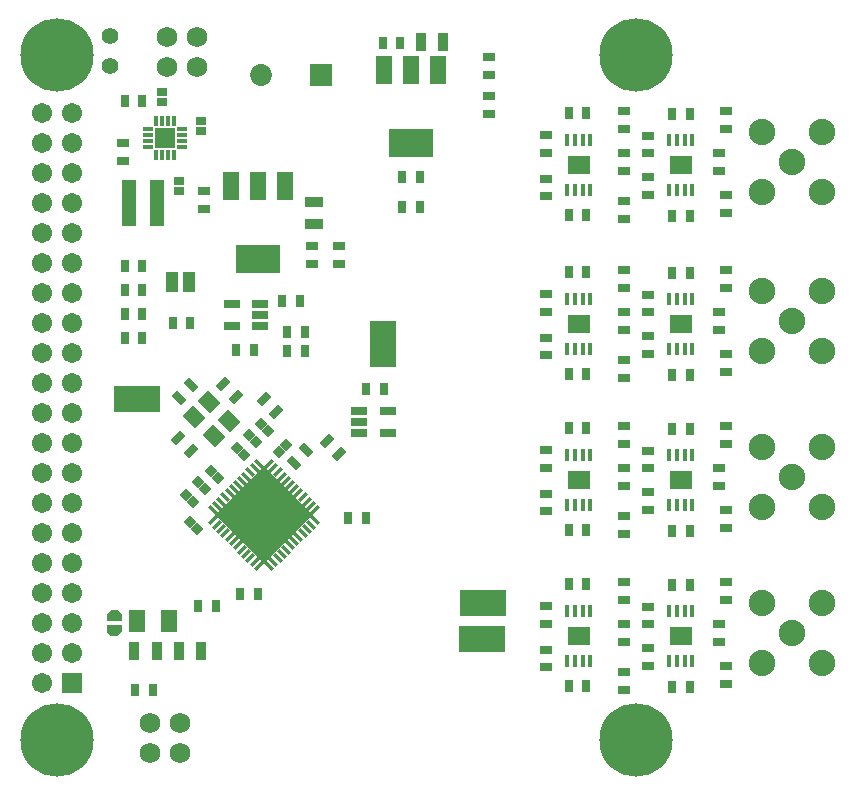
<source format=gts>
G04*
G04 #@! TF.GenerationSoftware,Altium Limited,Altium Designer,19.1.9 (167)*
G04*
G04 Layer_Color=8388736*
%FSLAX25Y25*%
%MOIN*%
G70*
G01*
G75*
%ADD21R,0.03000X0.01800*%
%ADD24R,0.01500X0.04400*%
G04:AMPARAMS|DCode=33|XSize=33.86mil|YSize=10.24mil|CornerRadius=1.28mil|HoleSize=0mil|Usage=FLASHONLY|Rotation=180.000|XOffset=0mil|YOffset=0mil|HoleType=Round|Shape=RoundedRectangle|*
%AMROUNDEDRECTD33*
21,1,0.03386,0.00768,0,0,180.0*
21,1,0.03130,0.01024,0,0,180.0*
1,1,0.00256,-0.01565,0.00384*
1,1,0.00256,0.01565,0.00384*
1,1,0.00256,0.01565,-0.00384*
1,1,0.00256,-0.01565,-0.00384*
%
%ADD33ROUNDEDRECTD33*%
G04:AMPARAMS|DCode=34|XSize=33.86mil|YSize=10.24mil|CornerRadius=1.28mil|HoleSize=0mil|Usage=FLASHONLY|Rotation=90.000|XOffset=0mil|YOffset=0mil|HoleType=Round|Shape=RoundedRectangle|*
%AMROUNDEDRECTD34*
21,1,0.03386,0.00768,0,0,90.0*
21,1,0.03130,0.01024,0,0,90.0*
1,1,0.00256,0.00384,0.01565*
1,1,0.00256,0.00384,-0.01565*
1,1,0.00256,-0.00384,-0.01565*
1,1,0.00256,-0.00384,0.01565*
%
%ADD34ROUNDEDRECTD34*%
%ADD44R,0.04343X0.02769*%
%ADD45R,0.02769X0.04343*%
%ADD46R,0.03556X0.05918*%
%ADD47R,0.05288X0.07808*%
%ADD48R,0.07441X0.06181*%
%ADD49R,0.14973X0.09461*%
%ADD50R,0.05600X0.09600*%
G04:AMPARAMS|DCode=51|XSize=31.23mil|YSize=32.8mil|CornerRadius=0mil|HoleSize=0mil|Usage=FLASHONLY|Rotation=135.000|XOffset=0mil|YOffset=0mil|HoleType=Round|Shape=Rectangle|*
%AMROTATEDRECTD51*
4,1,4,0.02264,0.00056,-0.00056,-0.02264,-0.02264,-0.00056,0.00056,0.02264,0.02264,0.00056,0.0*
%
%ADD51ROTATEDRECTD51*%

G04:AMPARAMS|DCode=52|XSize=31.23mil|YSize=32.8mil|CornerRadius=0mil|HoleSize=0mil|Usage=FLASHONLY|Rotation=45.000|XOffset=0mil|YOffset=0mil|HoleType=Round|Shape=Rectangle|*
%AMROTATEDRECTD52*
4,1,4,0.00056,-0.02264,-0.02264,0.00056,-0.00056,0.02264,0.02264,-0.00056,0.00056,-0.02264,0.0*
%
%ADD52ROTATEDRECTD52*%

G04:AMPARAMS|DCode=53|XSize=27.69mil|YSize=43.43mil|CornerRadius=0mil|HoleSize=0mil|Usage=FLASHONLY|Rotation=45.000|XOffset=0mil|YOffset=0mil|HoleType=Round|Shape=Rectangle|*
%AMROTATEDRECTD53*
4,1,4,0.00557,-0.02514,-0.02514,0.00557,-0.00557,0.02514,0.02514,-0.00557,0.00557,-0.02514,0.0*
%
%ADD53ROTATEDRECTD53*%

G04:AMPARAMS|DCode=54|XSize=27.69mil|YSize=43.43mil|CornerRadius=0mil|HoleSize=0mil|Usage=FLASHONLY|Rotation=315.000|XOffset=0mil|YOffset=0mil|HoleType=Round|Shape=Rectangle|*
%AMROTATEDRECTD54*
4,1,4,-0.02514,-0.00557,0.00557,0.02514,0.02514,0.00557,-0.00557,-0.02514,-0.02514,-0.00557,0.0*
%
%ADD54ROTATEDRECTD54*%

%ADD55R,0.05800X0.02900*%
%ADD56R,0.04147X0.03359*%
%ADD57R,0.06614X0.06614*%
%ADD58R,0.04658X0.15367*%
%ADD59R,0.15800X0.08800*%
%ADD60P,0.32311X4X270.0*%
G04:AMPARAMS|DCode=61|XSize=14mil|YSize=37.53mil|CornerRadius=0mil|HoleSize=0mil|Usage=FLASHONLY|Rotation=225.000|XOffset=0mil|YOffset=0mil|HoleType=Round|Shape=Round|*
%AMOVALD61*
21,1,0.02353,0.01400,0.00000,0.00000,315.0*
1,1,0.01400,-0.00832,0.00832*
1,1,0.01400,0.00832,-0.00832*
%
%ADD61OVALD61*%

G04:AMPARAMS|DCode=62|XSize=14mil|YSize=37.53mil|CornerRadius=0mil|HoleSize=0mil|Usage=FLASHONLY|Rotation=315.000|XOffset=0mil|YOffset=0mil|HoleType=Round|Shape=Round|*
%AMOVALD62*
21,1,0.02353,0.01400,0.00000,0.00000,45.0*
1,1,0.01400,-0.00832,-0.00832*
1,1,0.01400,0.00832,0.00832*
%
%ADD62OVALD62*%

G04:AMPARAMS|DCode=63|XSize=59.18mil|YSize=51.31mil|CornerRadius=0mil|HoleSize=0mil|Usage=FLASHONLY|Rotation=135.000|XOffset=0mil|YOffset=0mil|HoleType=Round|Shape=Rectangle|*
%AMROTATEDRECTD63*
4,1,4,0.03906,-0.00278,0.00278,-0.03906,-0.03906,0.00278,-0.00278,0.03906,0.03906,-0.00278,0.0*
%
%ADD63ROTATEDRECTD63*%

%ADD64R,0.08800X0.15800*%
%ADD65R,0.03280X0.03123*%
%ADD66R,0.05918X0.03556*%
%ADD67C,0.06800*%
%ADD68C,0.01981*%
%ADD69C,0.05524*%
%ADD70C,0.08800*%
%ADD71C,0.06706*%
%ADD72R,0.06706X0.06706*%
%ADD73C,0.24422*%
%ADD74R,0.07296X0.07296*%
%ADD75C,0.07296*%
%ADD76C,0.02769*%
G36*
X36500Y52900D02*
Y50500D01*
X35000Y49000D01*
X33000D01*
X32500Y49500D01*
X31500Y50500D01*
Y52900D01*
X36500D01*
D02*
G37*
G36*
X31500Y54000D02*
Y56400D01*
X33000Y57900D01*
X35000D01*
X35500Y57400D01*
X36500Y56400D01*
Y54000D01*
X31500D01*
D02*
G37*
D21*
X34000Y55400D02*
D03*
Y51500D02*
D03*
D24*
X226791Y40650D02*
D03*
X224232D02*
D03*
X221673D02*
D03*
X219114D02*
D03*
Y57350D02*
D03*
X221673D02*
D03*
X224232D02*
D03*
X226791D02*
D03*
X192791Y40650D02*
D03*
X190232D02*
D03*
X187673D02*
D03*
X185114D02*
D03*
Y57350D02*
D03*
X187673D02*
D03*
X190232D02*
D03*
X192791D02*
D03*
X226791Y92650D02*
D03*
X224232D02*
D03*
X221673D02*
D03*
X219114D02*
D03*
Y109350D02*
D03*
X221673D02*
D03*
X224232D02*
D03*
X226791D02*
D03*
X192791Y92650D02*
D03*
X190232D02*
D03*
X187673D02*
D03*
X185114D02*
D03*
Y109350D02*
D03*
X187673D02*
D03*
X190232D02*
D03*
X192791D02*
D03*
X226791Y197650D02*
D03*
X224232D02*
D03*
X221673D02*
D03*
X219114D02*
D03*
Y214350D02*
D03*
X221673D02*
D03*
X224232D02*
D03*
X226791D02*
D03*
X192791Y197650D02*
D03*
X190232D02*
D03*
X187673D02*
D03*
X185114D02*
D03*
Y214350D02*
D03*
X187673D02*
D03*
X190232D02*
D03*
X192791D02*
D03*
X192791Y144650D02*
D03*
X190232D02*
D03*
X187673D02*
D03*
X185114D02*
D03*
Y161350D02*
D03*
X187673D02*
D03*
X190232D02*
D03*
X192791D02*
D03*
X226791Y144650D02*
D03*
X224232D02*
D03*
X221673D02*
D03*
X219114D02*
D03*
Y161350D02*
D03*
X221673D02*
D03*
X224232D02*
D03*
X226791D02*
D03*
D33*
X56634Y212193D02*
D03*
Y214162D02*
D03*
Y216130D02*
D03*
Y218099D02*
D03*
X45335D02*
D03*
Y216130D02*
D03*
Y214162D02*
D03*
Y212193D02*
D03*
D34*
X48031Y209496D02*
D03*
X50000D02*
D03*
X51968D02*
D03*
X53937D02*
D03*
Y220796D02*
D03*
X51968D02*
D03*
X50000D02*
D03*
X48031D02*
D03*
D44*
X159000Y228953D02*
D03*
Y223047D02*
D03*
X235500Y47047D02*
D03*
Y52953D02*
D03*
X211953Y39047D02*
D03*
Y44953D02*
D03*
X204100Y52953D02*
D03*
Y47047D02*
D03*
X178000Y38594D02*
D03*
Y44500D02*
D03*
X177953Y59000D02*
D03*
Y53094D02*
D03*
X237953Y66953D02*
D03*
Y61047D02*
D03*
Y33094D02*
D03*
Y39000D02*
D03*
X203953Y61047D02*
D03*
Y66953D02*
D03*
Y37000D02*
D03*
Y31094D02*
D03*
X235500Y99047D02*
D03*
Y104953D02*
D03*
X211953Y91047D02*
D03*
Y96953D02*
D03*
X204100Y104953D02*
D03*
Y99047D02*
D03*
X178000Y90594D02*
D03*
Y96500D02*
D03*
X177953Y111000D02*
D03*
Y105094D02*
D03*
X237953Y118953D02*
D03*
Y113047D02*
D03*
Y85094D02*
D03*
Y91000D02*
D03*
X203953Y113047D02*
D03*
Y118953D02*
D03*
Y89000D02*
D03*
Y83094D02*
D03*
X235500Y209953D02*
D03*
Y204047D02*
D03*
X211953Y201953D02*
D03*
Y196047D02*
D03*
X204100Y209953D02*
D03*
Y204047D02*
D03*
X178000Y195594D02*
D03*
Y201500D02*
D03*
X177953Y216000D02*
D03*
Y210094D02*
D03*
X237953Y223953D02*
D03*
Y218047D02*
D03*
Y190094D02*
D03*
Y196000D02*
D03*
X203953Y218047D02*
D03*
Y223953D02*
D03*
Y194000D02*
D03*
Y188094D02*
D03*
X203953Y141000D02*
D03*
Y135094D02*
D03*
Y165047D02*
D03*
Y170953D02*
D03*
X237953Y137094D02*
D03*
Y143000D02*
D03*
Y170953D02*
D03*
Y165047D02*
D03*
X177953Y163000D02*
D03*
Y157094D02*
D03*
X178000Y142594D02*
D03*
Y148500D02*
D03*
X204100Y156953D02*
D03*
Y151047D02*
D03*
X211953Y143047D02*
D03*
Y148953D02*
D03*
X235500Y151047D02*
D03*
Y156953D02*
D03*
X100000Y178953D02*
D03*
Y173047D02*
D03*
X109000D02*
D03*
Y178953D02*
D03*
X211953Y53000D02*
D03*
Y58906D02*
D03*
Y105000D02*
D03*
Y110906D02*
D03*
Y215906D02*
D03*
Y210000D02*
D03*
Y157000D02*
D03*
Y162906D02*
D03*
X159000Y241953D02*
D03*
Y236047D02*
D03*
X37000Y213406D02*
D03*
Y207501D02*
D03*
X64000Y191547D02*
D03*
Y197453D02*
D03*
D45*
X41047Y31000D02*
D03*
X46953D02*
D03*
X220047Y32000D02*
D03*
X225953D02*
D03*
X185547Y66400D02*
D03*
X191453D02*
D03*
X185547Y32500D02*
D03*
X191453D02*
D03*
X220047Y84000D02*
D03*
X225953D02*
D03*
X185547Y118400D02*
D03*
X191453D02*
D03*
X185547Y84500D02*
D03*
X191453D02*
D03*
X185547Y223400D02*
D03*
X191453D02*
D03*
X185547Y189500D02*
D03*
X191453D02*
D03*
X185547Y136500D02*
D03*
X191453D02*
D03*
X185547Y170400D02*
D03*
X191453D02*
D03*
X220047Y136000D02*
D03*
X225953D02*
D03*
X220047Y189000D02*
D03*
X225953D02*
D03*
X123953Y131500D02*
D03*
X118047D02*
D03*
X91701Y144000D02*
D03*
X97606D02*
D03*
X96008Y160661D02*
D03*
X90102D02*
D03*
X67953Y59000D02*
D03*
X62047D02*
D03*
X43453Y148500D02*
D03*
X37547D02*
D03*
X37547Y164500D02*
D03*
X43453D02*
D03*
X37547Y156500D02*
D03*
X43453D02*
D03*
X37547Y172500D02*
D03*
X43453D02*
D03*
X117953Y88500D02*
D03*
X112047D02*
D03*
X91701Y150500D02*
D03*
X97606D02*
D03*
X76047Y63000D02*
D03*
X81953D02*
D03*
X225953Y66000D02*
D03*
X220047D02*
D03*
X225953Y118000D02*
D03*
X220047D02*
D03*
X225953Y223000D02*
D03*
X220047D02*
D03*
X225953Y170000D02*
D03*
X220047D02*
D03*
X59453Y153500D02*
D03*
X53547D02*
D03*
X135953Y202000D02*
D03*
X130047D02*
D03*
Y192000D02*
D03*
X135953D02*
D03*
X74594Y144500D02*
D03*
X80500D02*
D03*
X37547Y227500D02*
D03*
X43453D02*
D03*
X129453Y246600D02*
D03*
X123547D02*
D03*
D46*
X55520Y44000D02*
D03*
X63000D02*
D03*
X48240D02*
D03*
X40760D02*
D03*
X143740Y247000D02*
D03*
X136260D02*
D03*
D47*
X52236Y54000D02*
D03*
X41764D02*
D03*
D48*
X222953Y49000D02*
D03*
X188953D02*
D03*
X222953Y101000D02*
D03*
X188953D02*
D03*
X222953Y206000D02*
D03*
X188953D02*
D03*
X188953Y153000D02*
D03*
X222953D02*
D03*
D49*
X133000Y213299D02*
D03*
X82000Y174799D02*
D03*
D50*
X123900Y237700D02*
D03*
X133000D02*
D03*
X142100D02*
D03*
X91100Y199200D02*
D03*
X82000D02*
D03*
X72900D02*
D03*
D51*
X68569Y101731D02*
D03*
X66231Y104069D02*
D03*
X79131Y115969D02*
D03*
X81469Y113631D02*
D03*
X82831Y119669D02*
D03*
X85169Y117331D02*
D03*
X61669Y84831D02*
D03*
X59331Y87169D02*
D03*
X60485Y93715D02*
D03*
X58147Y96053D02*
D03*
X64485Y97915D02*
D03*
X62147Y100253D02*
D03*
X74831Y111669D02*
D03*
X77169Y109331D02*
D03*
D52*
X88831Y110331D02*
D03*
X91169Y112669D02*
D03*
D53*
X93912Y106912D02*
D03*
X98088Y111088D02*
D03*
X55500Y128500D02*
D03*
X59676Y132676D02*
D03*
D54*
X104912Y114088D02*
D03*
X109088Y109912D02*
D03*
X88088Y123912D02*
D03*
X83912Y128088D02*
D03*
X74588Y128912D02*
D03*
X70412Y133088D02*
D03*
X59588Y110912D02*
D03*
X55412Y115088D02*
D03*
D55*
X125300Y124200D02*
D03*
Y116800D02*
D03*
X115700D02*
D03*
Y120500D02*
D03*
Y124200D02*
D03*
X73200Y152300D02*
D03*
Y159700D02*
D03*
X82800D02*
D03*
Y156000D02*
D03*
Y152300D02*
D03*
D56*
X53196Y165404D02*
D03*
X58904D02*
D03*
X53196Y168751D02*
D03*
X58904D02*
D03*
D57*
X50984Y215146D02*
D03*
D58*
X48165Y193500D02*
D03*
X38835D02*
D03*
D59*
X157000Y60000D02*
D03*
X156500Y48000D02*
D03*
X41500Y128000D02*
D03*
D60*
X84000Y89350D02*
D03*
D61*
X101051Y87610D02*
D03*
X99659Y86218D02*
D03*
X98267Y84826D02*
D03*
X96875Y83434D02*
D03*
X95484Y82042D02*
D03*
X94092Y80650D02*
D03*
X92700Y79258D02*
D03*
X91308Y77866D02*
D03*
X89916Y76475D02*
D03*
X88524Y75083D02*
D03*
X87132Y73691D02*
D03*
X85740Y72299D02*
D03*
X66949Y91090D02*
D03*
X68341Y92482D02*
D03*
X69733Y93874D02*
D03*
X71125Y95266D02*
D03*
X72516Y96658D02*
D03*
X73908Y98050D02*
D03*
X75300Y99442D02*
D03*
X76692Y100834D02*
D03*
X78084Y102225D02*
D03*
X79476Y103617D02*
D03*
X80868Y105009D02*
D03*
X82260Y106401D02*
D03*
D62*
Y72299D02*
D03*
X80868Y73691D02*
D03*
X79476Y75083D02*
D03*
X78084Y76475D02*
D03*
X76692Y77866D02*
D03*
X75300Y79258D02*
D03*
X73908Y80650D02*
D03*
X72516Y82042D02*
D03*
X71125Y83434D02*
D03*
X69733Y84826D02*
D03*
X68341Y86218D02*
D03*
X66949Y87610D02*
D03*
X85740Y106401D02*
D03*
X87132Y105009D02*
D03*
X88524Y103617D02*
D03*
X89916Y102225D02*
D03*
X91308Y100834D02*
D03*
X92700Y99442D02*
D03*
X94092Y98050D02*
D03*
X95484Y96658D02*
D03*
X96875Y95266D02*
D03*
X98267Y93874D02*
D03*
X99659Y92482D02*
D03*
X101051Y91090D02*
D03*
D63*
X72207Y120804D02*
D03*
X65804Y127207D02*
D03*
X60793Y122196D02*
D03*
X67196Y115793D02*
D03*
D64*
X123500Y146500D02*
D03*
D65*
X55634Y200847D02*
D03*
Y197540D02*
D03*
X63000Y220654D02*
D03*
Y217347D02*
D03*
X50000Y227000D02*
D03*
Y230307D02*
D03*
D66*
X100500Y193740D02*
D03*
Y186260D02*
D03*
D67*
X61600Y248700D02*
D03*
X51600Y238700D02*
D03*
X61600D02*
D03*
X51600Y248700D02*
D03*
X56000Y20000D02*
D03*
X46000Y10000D02*
D03*
Y20000D02*
D03*
X56000Y10000D02*
D03*
D68*
X50984Y215146D02*
D03*
X48701Y217429D02*
D03*
X53268D02*
D03*
Y212862D02*
D03*
X48701D02*
D03*
D69*
X32500Y249000D02*
D03*
Y239000D02*
D03*
D70*
X269953Y40000D02*
D03*
X249953D02*
D03*
X269953Y60000D02*
D03*
X249953D02*
D03*
X259953Y50000D02*
D03*
X269953Y92000D02*
D03*
X249953D02*
D03*
X269953Y112000D02*
D03*
X249953D02*
D03*
X259953Y102000D02*
D03*
X269953Y144000D02*
D03*
X249953D02*
D03*
X269953Y164000D02*
D03*
X249953D02*
D03*
X259953Y154000D02*
D03*
X269953Y197000D02*
D03*
X249953D02*
D03*
X269953Y217000D02*
D03*
X249953D02*
D03*
X259953Y207000D02*
D03*
D71*
X20000Y193453D02*
D03*
X10000D02*
D03*
X20000Y203453D02*
D03*
X10000D02*
D03*
X20000Y213453D02*
D03*
X10000D02*
D03*
X20000Y223453D02*
D03*
X10000D02*
D03*
Y183453D02*
D03*
X20000D02*
D03*
X10000Y173453D02*
D03*
X20000D02*
D03*
X10000Y163453D02*
D03*
X20000D02*
D03*
X10000Y153453D02*
D03*
X20000D02*
D03*
X10000Y143453D02*
D03*
X20000D02*
D03*
X10000Y133453D02*
D03*
X20000D02*
D03*
X10000Y123453D02*
D03*
X20000D02*
D03*
X10000Y113453D02*
D03*
X20000D02*
D03*
X10000Y103453D02*
D03*
X20000D02*
D03*
X10000Y93453D02*
D03*
X20000D02*
D03*
X10000Y83453D02*
D03*
X20000D02*
D03*
X10000Y73453D02*
D03*
X20000D02*
D03*
X10000Y63453D02*
D03*
X20000D02*
D03*
X10000Y53453D02*
D03*
X20000D02*
D03*
X10000Y43453D02*
D03*
X20000D02*
D03*
X10000Y33453D02*
D03*
D72*
X20000D02*
D03*
D73*
X207913Y242626D02*
D03*
X15000D02*
D03*
X207913Y14280D02*
D03*
X15000D02*
D03*
D74*
X103000Y236000D02*
D03*
D75*
X83000D02*
D03*
D76*
X71751Y89350D02*
D03*
X74813Y92412D02*
D03*
X77875Y95475D02*
D03*
X80938Y98537D02*
D03*
X84000Y101599D02*
D03*
X74813Y86288D02*
D03*
X77875Y89350D02*
D03*
X80938Y92412D02*
D03*
X84000Y95475D02*
D03*
X87062Y98537D02*
D03*
X77875Y83225D02*
D03*
X80938Y86288D02*
D03*
X84000Y89350D02*
D03*
X87062Y92412D02*
D03*
X90125Y95475D02*
D03*
X80938Y80163D02*
D03*
X84000Y83225D02*
D03*
X87062Y86288D02*
D03*
X90125Y89350D02*
D03*
X93187Y92412D02*
D03*
X84000Y77101D02*
D03*
X87062Y80163D02*
D03*
X90125Y83225D02*
D03*
X93187Y86288D02*
D03*
X96249Y89350D02*
D03*
M02*

</source>
